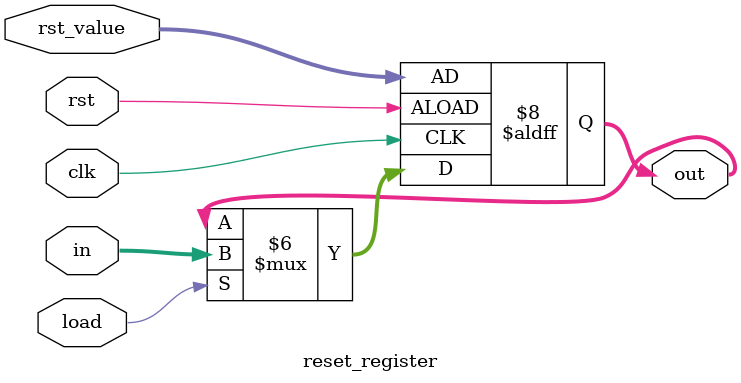
<source format=v>
module reset_register(load, in, clk, rst, rst_value, out);
    parameter integer WIDTH = 8;
    input [WIDTH-1:0] in;
    input load, clk, rst;
    input [WIDTH-1:0] rst_value;
    output reg [WIDTH-1:0] out;

    reg without_load;

    always @(posedge clk, posedge rst) begin
        if (rst) begin
            out <= rst_value;
        end
        else begin
            if (load) begin
                out <= in;
            end
            else begin
                without_load <= 8'b0;
            end
        end
    end

endmodule
</source>
